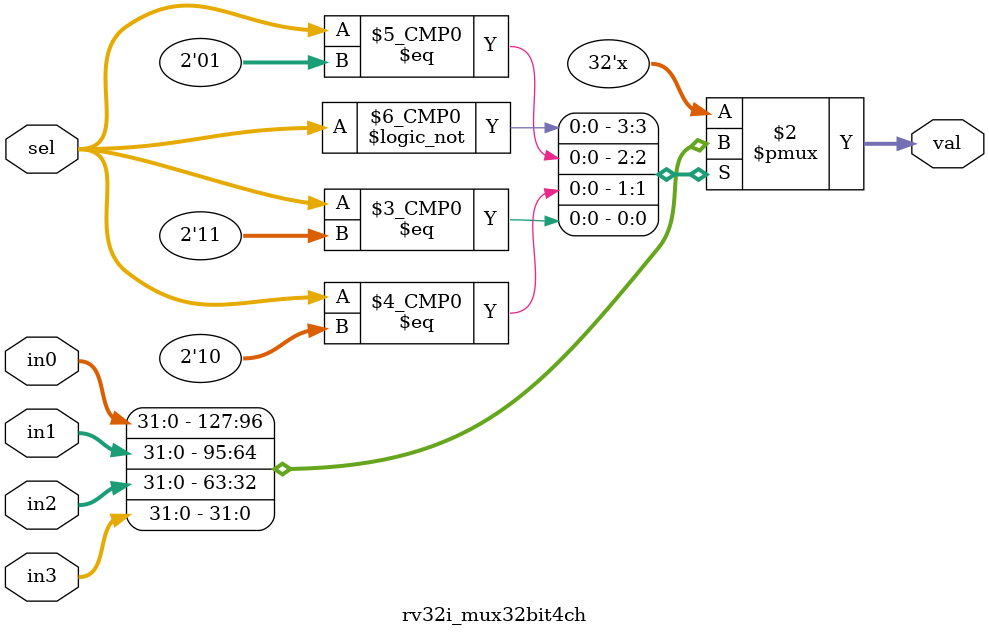
<source format=v>
module rv32i_mux32bit4ch(in0, in1, in2, in3, sel, val);

input [31:0] in0;
input [31:0] in1;
input [31:0] in2;
input [31:0] in3;
input [1:0] sel;
output reg[31:0] val;

always @(sel, in0, in1, in2, in3)
begin
	case(sel)
	2'b00: val<=in0;
	2'b01: val<=in1;
	2'b10: val<=in2;
	2'b11: val<=in3;
	endcase
end

endmodule

</source>
